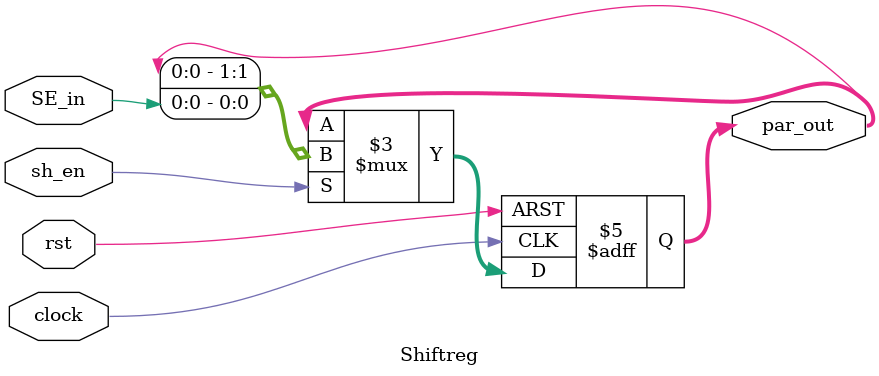
<source format=v>
module Shiftreg (input SE_in, rst, sh_en, clock, output reg[1:0] par_out);
  

always @ (posedge clock or posedge rst)
	begin 
		if (rst)
			par_out <= 2'b00;
		else 
			if (sh_en) begin
				par_out <= {par_out [0], SE_in} ;
			end
			else 
				par_out <= par_out;

	end

endmodule




</source>
